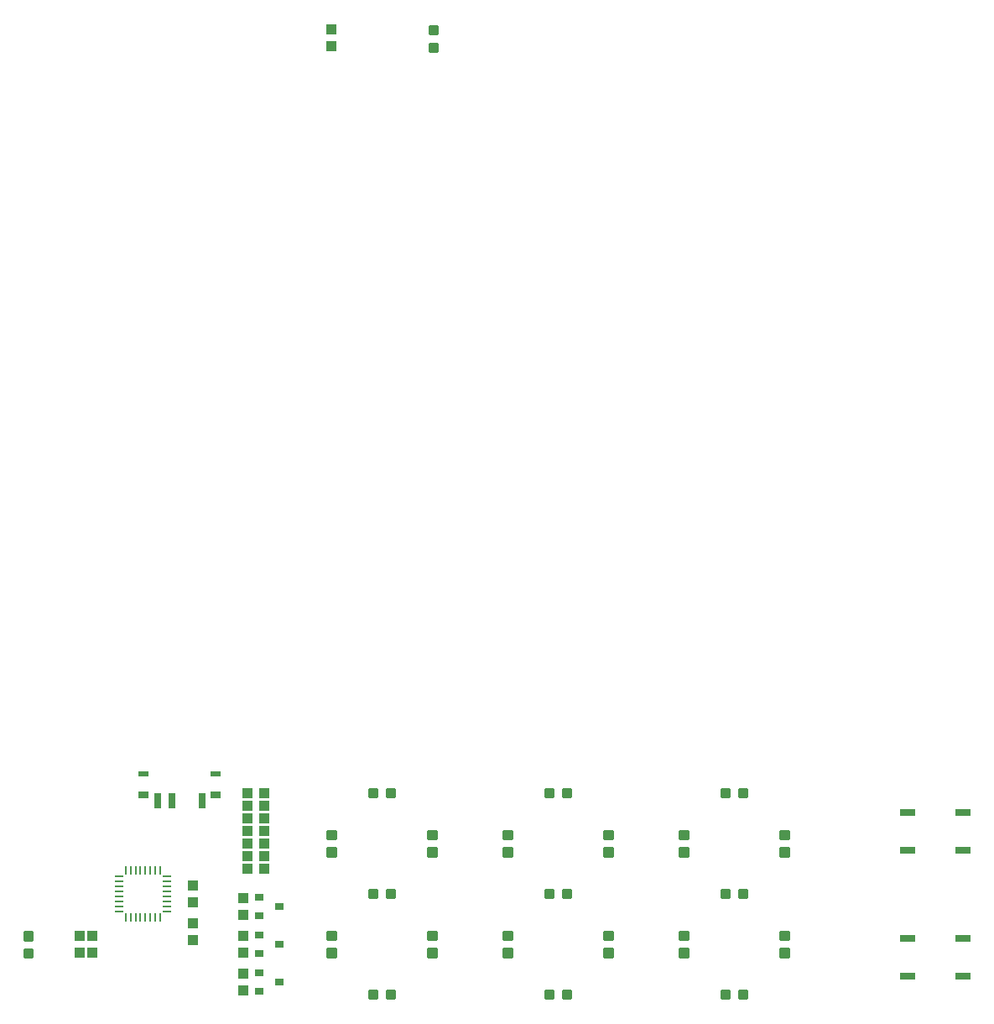
<source format=gtp>
G04 EAGLE Gerber RS-274X export*
G75*
%MOMM*%
%FSLAX34Y34*%
%LPD*%
%INSolderpaste Top*%
%IPPOS*%
%AMOC8*
5,1,8,0,0,1.08239X$1,22.5*%
G01*
%ADD10R,1.524000X0.762000*%
%ADD11R,0.700000X1.500000*%
%ADD12R,1.000000X0.600000*%
%ADD13R,1.000000X0.800000*%
%ADD14C,0.300000*%
%ADD15R,0.900000X0.800000*%
%ADD16R,1.100000X1.000000*%
%ADD17R,1.000000X1.100000*%
%ADD18R,0.914400X0.254000*%
%ADD19R,0.254000X0.914400*%


D10*
X734060Y184150D03*
X789940Y184150D03*
X734060Y146050D03*
X789940Y146050D03*
X734060Y57150D03*
X789940Y57150D03*
X734060Y19050D03*
X789940Y19050D03*
D11*
X-23500Y195400D03*
X-8500Y195400D03*
X21500Y195400D03*
D12*
X-37500Y222900D03*
D13*
X-37500Y201900D03*
D12*
X35500Y222900D03*
D13*
X35500Y201900D03*
D14*
X148900Y157670D02*
X155900Y157670D01*
X148900Y157670D02*
X148900Y164670D01*
X155900Y164670D01*
X155900Y157670D01*
X155900Y160520D02*
X148900Y160520D01*
X148900Y163370D02*
X155900Y163370D01*
X155900Y140130D02*
X148900Y140130D01*
X148900Y147130D01*
X155900Y147130D01*
X155900Y140130D01*
X155900Y142980D02*
X148900Y142980D01*
X148900Y145830D02*
X155900Y145830D01*
X250500Y157670D02*
X257500Y157670D01*
X250500Y157670D02*
X250500Y164670D01*
X257500Y164670D01*
X257500Y157670D01*
X257500Y160520D02*
X250500Y160520D01*
X250500Y163370D02*
X257500Y163370D01*
X257500Y140130D02*
X250500Y140130D01*
X250500Y147130D01*
X257500Y147130D01*
X257500Y140130D01*
X257500Y142980D02*
X250500Y142980D01*
X250500Y145830D02*
X257500Y145830D01*
X155900Y56070D02*
X148900Y56070D01*
X148900Y63070D01*
X155900Y63070D01*
X155900Y56070D01*
X155900Y58920D02*
X148900Y58920D01*
X148900Y61770D02*
X155900Y61770D01*
X155900Y38530D02*
X148900Y38530D01*
X148900Y45530D01*
X155900Y45530D01*
X155900Y38530D01*
X155900Y41380D02*
X148900Y41380D01*
X148900Y44230D02*
X155900Y44230D01*
X250500Y56070D02*
X257500Y56070D01*
X250500Y56070D02*
X250500Y63070D01*
X257500Y63070D01*
X257500Y56070D01*
X257500Y58920D02*
X250500Y58920D01*
X250500Y61770D02*
X257500Y61770D01*
X257500Y38530D02*
X250500Y38530D01*
X250500Y45530D01*
X257500Y45530D01*
X257500Y38530D01*
X257500Y41380D02*
X250500Y41380D01*
X250500Y44230D02*
X257500Y44230D01*
X208470Y199700D02*
X208470Y206700D01*
X215470Y206700D01*
X215470Y199700D01*
X208470Y199700D01*
X208470Y202550D02*
X215470Y202550D01*
X215470Y205400D02*
X208470Y205400D01*
X190930Y206700D02*
X190930Y199700D01*
X190930Y206700D02*
X197930Y206700D01*
X197930Y199700D01*
X190930Y199700D01*
X190930Y202550D02*
X197930Y202550D01*
X197930Y205400D02*
X190930Y205400D01*
X208470Y105100D02*
X208470Y98100D01*
X208470Y105100D02*
X215470Y105100D01*
X215470Y98100D01*
X208470Y98100D01*
X208470Y100950D02*
X215470Y100950D01*
X215470Y103800D02*
X208470Y103800D01*
X190930Y105100D02*
X190930Y98100D01*
X190930Y105100D02*
X197930Y105100D01*
X197930Y98100D01*
X190930Y98100D01*
X190930Y100950D02*
X197930Y100950D01*
X197930Y103800D02*
X190930Y103800D01*
X208470Y3500D02*
X208470Y-3500D01*
X208470Y3500D02*
X215470Y3500D01*
X215470Y-3500D01*
X208470Y-3500D01*
X208470Y-650D02*
X215470Y-650D01*
X215470Y2200D02*
X208470Y2200D01*
X190930Y3500D02*
X190930Y-3500D01*
X190930Y3500D02*
X197930Y3500D01*
X197930Y-3500D01*
X190930Y-3500D01*
X190930Y-650D02*
X197930Y-650D01*
X197930Y2200D02*
X190930Y2200D01*
X-150000Y55470D02*
X-157000Y55470D01*
X-157000Y62470D01*
X-150000Y62470D01*
X-150000Y55470D01*
X-150000Y58320D02*
X-157000Y58320D01*
X-157000Y61170D02*
X-150000Y61170D01*
X-150000Y37930D02*
X-157000Y37930D01*
X-157000Y44930D01*
X-150000Y44930D01*
X-150000Y37930D01*
X-150000Y40780D02*
X-157000Y40780D01*
X-157000Y43630D02*
X-150000Y43630D01*
X326700Y157670D02*
X333700Y157670D01*
X326700Y157670D02*
X326700Y164670D01*
X333700Y164670D01*
X333700Y157670D01*
X333700Y160520D02*
X326700Y160520D01*
X326700Y163370D02*
X333700Y163370D01*
X333700Y140130D02*
X326700Y140130D01*
X326700Y147130D01*
X333700Y147130D01*
X333700Y140130D01*
X333700Y142980D02*
X326700Y142980D01*
X326700Y145830D02*
X333700Y145830D01*
X428300Y157670D02*
X435300Y157670D01*
X428300Y157670D02*
X428300Y164670D01*
X435300Y164670D01*
X435300Y157670D01*
X435300Y160520D02*
X428300Y160520D01*
X428300Y163370D02*
X435300Y163370D01*
X435300Y140130D02*
X428300Y140130D01*
X428300Y147130D01*
X435300Y147130D01*
X435300Y140130D01*
X435300Y142980D02*
X428300Y142980D01*
X428300Y145830D02*
X435300Y145830D01*
X333700Y56070D02*
X326700Y56070D01*
X326700Y63070D01*
X333700Y63070D01*
X333700Y56070D01*
X333700Y58920D02*
X326700Y58920D01*
X326700Y61770D02*
X333700Y61770D01*
X333700Y38530D02*
X326700Y38530D01*
X326700Y45530D01*
X333700Y45530D01*
X333700Y38530D01*
X333700Y41380D02*
X326700Y41380D01*
X326700Y44230D02*
X333700Y44230D01*
X428300Y56070D02*
X435300Y56070D01*
X428300Y56070D02*
X428300Y63070D01*
X435300Y63070D01*
X435300Y56070D01*
X435300Y58920D02*
X428300Y58920D01*
X428300Y61770D02*
X435300Y61770D01*
X435300Y38530D02*
X428300Y38530D01*
X428300Y45530D01*
X435300Y45530D01*
X435300Y38530D01*
X435300Y41380D02*
X428300Y41380D01*
X428300Y44230D02*
X435300Y44230D01*
X386270Y199700D02*
X386270Y206700D01*
X393270Y206700D01*
X393270Y199700D01*
X386270Y199700D01*
X386270Y202550D02*
X393270Y202550D01*
X393270Y205400D02*
X386270Y205400D01*
X368730Y206700D02*
X368730Y199700D01*
X368730Y206700D02*
X375730Y206700D01*
X375730Y199700D01*
X368730Y199700D01*
X368730Y202550D02*
X375730Y202550D01*
X375730Y205400D02*
X368730Y205400D01*
X386270Y105100D02*
X386270Y98100D01*
X386270Y105100D02*
X393270Y105100D01*
X393270Y98100D01*
X386270Y98100D01*
X386270Y100950D02*
X393270Y100950D01*
X393270Y103800D02*
X386270Y103800D01*
X368730Y105100D02*
X368730Y98100D01*
X368730Y105100D02*
X375730Y105100D01*
X375730Y98100D01*
X368730Y98100D01*
X368730Y100950D02*
X375730Y100950D01*
X375730Y103800D02*
X368730Y103800D01*
X386270Y3500D02*
X386270Y-3500D01*
X386270Y3500D02*
X393270Y3500D01*
X393270Y-3500D01*
X386270Y-3500D01*
X386270Y-650D02*
X393270Y-650D01*
X393270Y2200D02*
X386270Y2200D01*
X368730Y3500D02*
X368730Y-3500D01*
X368730Y3500D02*
X375730Y3500D01*
X375730Y-3500D01*
X368730Y-3500D01*
X368730Y-650D02*
X375730Y-650D01*
X375730Y2200D02*
X368730Y2200D01*
X504500Y157670D02*
X511500Y157670D01*
X504500Y157670D02*
X504500Y164670D01*
X511500Y164670D01*
X511500Y157670D01*
X511500Y160520D02*
X504500Y160520D01*
X504500Y163370D02*
X511500Y163370D01*
X511500Y140130D02*
X504500Y140130D01*
X504500Y147130D01*
X511500Y147130D01*
X511500Y140130D01*
X511500Y142980D02*
X504500Y142980D01*
X504500Y145830D02*
X511500Y145830D01*
X606100Y157670D02*
X613100Y157670D01*
X606100Y157670D02*
X606100Y164670D01*
X613100Y164670D01*
X613100Y157670D01*
X613100Y160520D02*
X606100Y160520D01*
X606100Y163370D02*
X613100Y163370D01*
X613100Y140130D02*
X606100Y140130D01*
X606100Y147130D01*
X613100Y147130D01*
X613100Y140130D01*
X613100Y142980D02*
X606100Y142980D01*
X606100Y145830D02*
X613100Y145830D01*
X511500Y56070D02*
X504500Y56070D01*
X504500Y63070D01*
X511500Y63070D01*
X511500Y56070D01*
X511500Y58920D02*
X504500Y58920D01*
X504500Y61770D02*
X511500Y61770D01*
X511500Y38530D02*
X504500Y38530D01*
X504500Y45530D01*
X511500Y45530D01*
X511500Y38530D01*
X511500Y41380D02*
X504500Y41380D01*
X504500Y44230D02*
X511500Y44230D01*
X606100Y56070D02*
X613100Y56070D01*
X606100Y56070D02*
X606100Y63070D01*
X613100Y63070D01*
X613100Y56070D01*
X613100Y58920D02*
X606100Y58920D01*
X606100Y61770D02*
X613100Y61770D01*
X613100Y38530D02*
X606100Y38530D01*
X606100Y45530D01*
X613100Y45530D01*
X613100Y38530D01*
X613100Y41380D02*
X606100Y41380D01*
X606100Y44230D02*
X613100Y44230D01*
X564070Y199700D02*
X564070Y206700D01*
X571070Y206700D01*
X571070Y199700D01*
X564070Y199700D01*
X564070Y202550D02*
X571070Y202550D01*
X571070Y205400D02*
X564070Y205400D01*
X546530Y206700D02*
X546530Y199700D01*
X546530Y206700D02*
X553530Y206700D01*
X553530Y199700D01*
X546530Y199700D01*
X546530Y202550D02*
X553530Y202550D01*
X553530Y205400D02*
X546530Y205400D01*
X564070Y105100D02*
X564070Y98100D01*
X564070Y105100D02*
X571070Y105100D01*
X571070Y98100D01*
X564070Y98100D01*
X564070Y100950D02*
X571070Y100950D01*
X571070Y103800D02*
X564070Y103800D01*
X546530Y105100D02*
X546530Y98100D01*
X546530Y105100D02*
X553530Y105100D01*
X553530Y98100D01*
X546530Y98100D01*
X546530Y100950D02*
X553530Y100950D01*
X553530Y103800D02*
X546530Y103800D01*
X564070Y3500D02*
X564070Y-3500D01*
X564070Y3500D02*
X571070Y3500D01*
X571070Y-3500D01*
X564070Y-3500D01*
X564070Y-650D02*
X571070Y-650D01*
X571070Y2200D02*
X564070Y2200D01*
X546530Y3500D02*
X546530Y-3500D01*
X546530Y3500D02*
X553530Y3500D01*
X553530Y-3500D01*
X546530Y-3500D01*
X546530Y-650D02*
X553530Y-650D01*
X553530Y2200D02*
X546530Y2200D01*
D15*
X78900Y60300D03*
X78900Y41300D03*
X99900Y50800D03*
X78900Y22200D03*
X78900Y3200D03*
X99900Y12700D03*
X78900Y98400D03*
X78900Y79400D03*
X99900Y88900D03*
D16*
X67700Y203200D03*
X84700Y203200D03*
X67700Y190500D03*
X84700Y190500D03*
X67700Y177800D03*
X84700Y177800D03*
X67700Y165100D03*
X84700Y165100D03*
X67700Y152400D03*
X84700Y152400D03*
X67700Y139700D03*
X84700Y139700D03*
X67700Y127000D03*
X84700Y127000D03*
D17*
X63500Y42300D03*
X63500Y59300D03*
X63500Y4200D03*
X63500Y21200D03*
X63500Y80400D03*
X63500Y97400D03*
X-101600Y59300D03*
X-101600Y42300D03*
X-88900Y42300D03*
X-88900Y59300D03*
D18*
X-62103Y119100D03*
X-62103Y114100D03*
X-62103Y109100D03*
X-62103Y104100D03*
X-62103Y99100D03*
X-62103Y94100D03*
X-62103Y89100D03*
X-62103Y84100D03*
D19*
X-55600Y77597D03*
X-50600Y77597D03*
X-45600Y77597D03*
X-40600Y77597D03*
X-35600Y77597D03*
X-30600Y77597D03*
X-25600Y77597D03*
X-20600Y77597D03*
D18*
X-14097Y84100D03*
X-14097Y89100D03*
X-14097Y94100D03*
X-14097Y99100D03*
X-14097Y104100D03*
X-14097Y109100D03*
X-14097Y114100D03*
X-14097Y119100D03*
D19*
X-20600Y125603D03*
X-25600Y125603D03*
X-30600Y125603D03*
X-35600Y125603D03*
X-40600Y125603D03*
X-45600Y125603D03*
X-50600Y125603D03*
X-55600Y125603D03*
D17*
X12700Y93100D03*
X12700Y110100D03*
X12700Y55000D03*
X12700Y72000D03*
X152400Y956700D03*
X152400Y973700D03*
D14*
X251770Y958660D02*
X258770Y958660D01*
X258770Y951660D01*
X251770Y951660D01*
X251770Y958660D01*
X251770Y954510D02*
X258770Y954510D01*
X258770Y957360D02*
X251770Y957360D01*
X251770Y976200D02*
X258770Y976200D01*
X258770Y969200D01*
X251770Y969200D01*
X251770Y976200D01*
X251770Y972050D02*
X258770Y972050D01*
X258770Y974900D02*
X251770Y974900D01*
M02*

</source>
